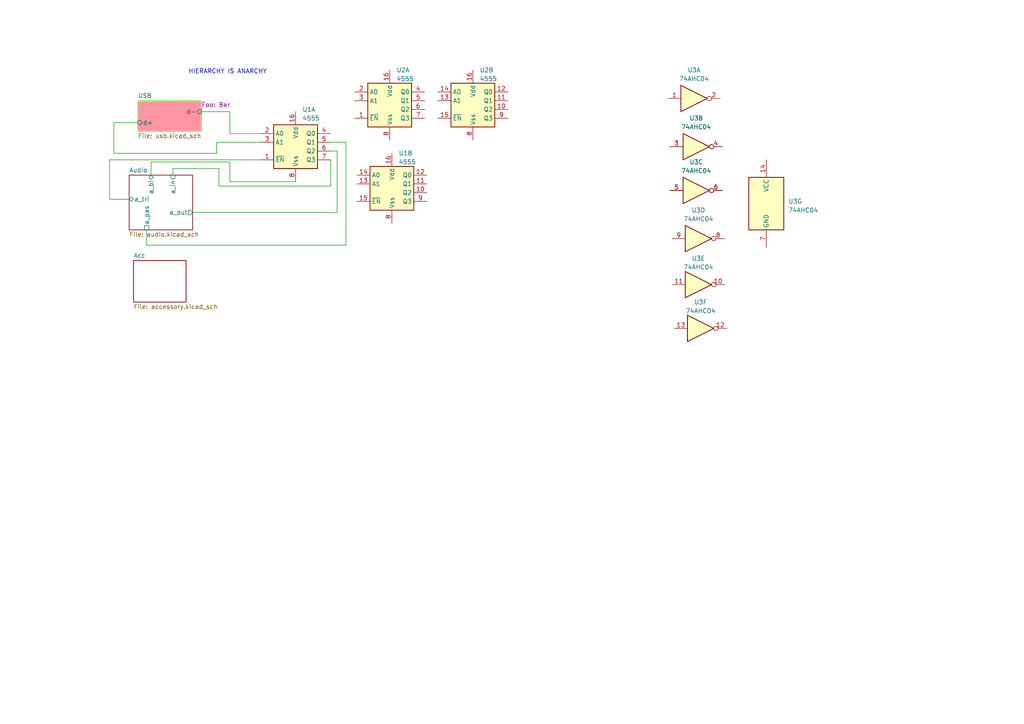
<source format=kicad_sch>
(kicad_sch (version 20230121) (generator eeschema)
  (paper "A4")
  (lib_symbols
    (symbol "4xxx_IEEE:4555"
      (property "Reference" "U" (at 6.35 8.89 0))
      (property "Value" "4555" (at 6.35 -7.62 0))
      (symbol "4555_0_1"
        (rectangle (start -6.35 6.35) (end 6.35 -6.35) (stroke (width 0.254)) (fill (type background)))
        (pin power_in line (at 0 10.16 270) (length 3.81) (name "Vdd") (number "16"))
        (pin power_in line (at 0 -10.16 90) (length 3.81) (name "Vss") (number "8"))
      )
      (symbol "4555_1_1"
        (pin input line (at -10.16 -3.81 0) (length 3.81) (name "~{EN}") (number "1"))
        (pin input line (at -10.16 3.81 0) (length 3.81) (name "A0") (number "2"))
        (pin input line (at -10.16 1.27 0) (length 3.81) (name "A1") (number "3"))
        (pin output line (at 10.16 3.81 180) (length 3.81) (name "Q0") (number "4"))
        (pin output line (at 10.16 1.27 180) (length 3.81) (name "Q1") (number "5"))
        (pin output line (at 10.16 -1.27 180) (length 3.81) (name "Q2") (number "6"))
        (pin output line (at 10.16 -3.81 180) (length 3.81) (name "Q3") (number "7"))
      )
      (symbol "4555_2_1"
        (pin output line (at 10.16 -1.27 180) (length 3.81) (name "Q2") (number "10"))
        (pin output line (at 10.16 1.27 180) (length 3.81) (name "Q1") (number "11"))
        (pin output line (at 10.16 3.81 180) (length 3.81) (name "Q0") (number "12"))
        (pin input line (at -10.16 1.27 0) (length 3.81) (name "A1") (number "13"))
        (pin input line (at -10.16 3.81 0) (length 3.81) (name "A0") (number "14"))
        (pin input line (at -10.16 -3.81 0) (length 3.81) (name "~{EN}") (number "15"))
        (pin output line (at 10.16 -3.81 180) (length 3.81) (name "Q3") (number "9"))
      )
    )
    (symbol "74xx:74AHC04"
      (property "Reference" "U" (at 0 1.27 0))
      (property "Value" "74AHC04" (at 0 -1.27 0))
      (symbol "74AHC04_1_0"
        (polyline (pts (xy -3.81 3.81) (xy -3.81 -3.81) (xy 3.81 0) (xy -3.81 3.81)) (stroke (width 0.254)) (fill (type background)))
        (pin input line (at -7.62 0 0) (length 3.81) (name "~") (number "1"))
        (pin output inverted (at 7.62 0 180) (length 3.81) (name "~") (number "2"))
      )
      (symbol "74AHC04_2_0"
        (polyline (pts (xy -3.81 3.81) (xy -3.81 -3.81) (xy 3.81 0) (xy -3.81 3.81)) (stroke (width 0.254)) (fill (type background)))
        (pin input line (at -7.62 0 0) (length 3.81) (name "~") (number "3"))
        (pin output inverted (at 7.62 0 180) (length 3.81) (name "~") (number "4"))
      )
      (symbol "74AHC04_3_0"
        (polyline (pts (xy -3.81 3.81) (xy -3.81 -3.81) (xy 3.81 0) (xy -3.81 3.81)) (stroke (width 0.254)) (fill (type background)))
        (pin input line (at -7.62 0 0) (length 3.81) (name "~") (number "5"))
        (pin output inverted (at 7.62 0 180) (length 3.81) (name "~") (number "6"))
      )
      (symbol "74AHC04_4_0"
        (polyline (pts (xy -3.81 3.81) (xy -3.81 -3.81) (xy 3.81 0) (xy -3.81 3.81)) (stroke (width 0.254)) (fill (type background)))
        (pin output inverted (at 7.62 0 180) (length 3.81) (name "~") (number "8"))
        (pin input line (at -7.62 0 0) (length 3.81) (name "~") (number "9"))
      )
      (symbol "74AHC04_5_0"
        (polyline (pts (xy -3.81 3.81) (xy -3.81 -3.81) (xy 3.81 0) (xy -3.81 3.81)) (stroke (width 0.254)) (fill (type background)))
        (pin output inverted (at 7.62 0 180) (length 3.81) (name "~") (number "10"))
        (pin input line (at -7.62 0 0) (length 3.81) (name "~") (number "11"))
      )
      (symbol "74AHC04_6_0"
        (polyline (pts (xy -3.81 3.81) (xy -3.81 -3.81) (xy 3.81 0) (xy -3.81 3.81)) (stroke (width 0.254)) (fill (type background)))
        (pin output inverted (at 7.62 0 180) (length 3.81) (name "~") (number "12"))
        (pin input line (at -7.62 0 0) (length 3.81) (name "~") (number "13"))
      )
      (symbol "74AHC04_7_0"
        (pin power_in line (at 0 12.7 270) (length 5.08) (name "VCC") (number "14"))
        (pin power_in line (at 0 -12.7 90) (length 5.08) (name "GND") (number "7"))
      )
      (symbol "74AHC04_7_1"
        (rectangle (start -5.08 7.62) (end 5.08 -7.62) (stroke (width 0.254)) (fill (type background)))
      )
    )
  )
  (wire (pts (xy 97.79 61.595) (xy 55.88 61.595)))
  (wire (pts (xy 95.885 41.275) (xy 100.33 41.275)))
  (wire (pts (xy 97.79 43.815) (xy 97.79 61.595)))
  (wire (pts (xy 100.33 41.275) (xy 100.33 71.12)))
  (wire (pts (xy 63.5 53.975) (xy 63.5 48.895)))
  (wire (pts (xy 63.5 48.895) (xy 50.165 48.895)))
  (wire (pts (xy 31.75 46.355) (xy 31.75 57.785)))
  (wire (pts (xy 33.02 35.56) (xy 40.005 35.56)))
  (wire (pts (xy 95.885 53.975) (xy 63.5 53.975)))
  (wire (pts (xy 75.565 46.355) (xy 31.75 46.355)))
  (wire (pts (xy 75.565 41.275) (xy 62.865 41.275)))
  (wire (pts (xy 95.885 46.355) (xy 95.885 53.975)))
  (wire (pts (xy 31.75 57.785) (xy 37.465 57.785)))
  (wire (pts (xy 95.885 43.815) (xy 97.79 43.815)))
  (wire (pts (xy 100.33 71.12) (xy 42.545 71.12)))
  (wire (pts (xy 33.02 44.45) (xy 33.02 35.56)))
  (wire (pts (xy 62.865 41.275) (xy 62.865 44.45)))
  (wire (pts (xy 85.725 52.705) (xy 66.675 52.705)))
  (wire (pts (xy 62.865 44.45) (xy 33.02 44.45)))
  (wire (pts (xy 43.815 46.99) (xy 43.815 50.8)))
  (wire (pts (xy 66.675 38.735) (xy 66.675 32.385)))
  (wire (pts (xy 75.565 38.735) (xy 66.675 38.735)))
  (wire (pts (xy 66.675 52.705) (xy 66.675 46.99)))
  (wire (pts (xy 66.675 46.99) (xy 43.815 46.99)))
  (wire (pts (xy 66.675 32.385) (xy 58.42 32.385)))
  (wire (pts (xy 42.545 71.12) (xy 42.545 66.675)))
  (wire (pts (xy 50.165 48.895) (xy 50.165 50.8)))
  (text "HIERARCHY IS ANARCHY" (at 54.61 21.59 0) (effects (font (size 1.27 1.27)) (justify left bottom)))
  (symbol (lib_id "4xxx_IEEE:4555") (at 113.665 54.61 0) (unit 2)
    (property "Reference" "U1" (at 115.6209 44.45 0) (effects (justify left)))
    (property "Value" "4555" (at 115.6209 46.99 0) (effects (justify left)))
  )
  (symbol (lib_id "4xxx_IEEE:4555") (at 137.16 30.48 0) (unit 2)
    (property "Reference" "U2" (at 139.1159 20.32 0) (effects (justify left)))
    (property "Value" "4555" (at 139.1159 22.86 0) (effects (justify left)))
  )
  (symbol (lib_id "74xx:74AHC04") (at 202.565 69.215 0) (unit 4)
    (property "Reference" "U3" (at 202.565 60.96 0))
    (property "Value" "74AHC04" (at 202.565 63.5 0))
    (property "Datasheet" "https://assets.nexperia.com/documents/data-sheet/74AHC_AHCT04.pdf" (effects hide))
  )
  (symbol (lib_id "74xx:74AHC04") (at 201.93 42.545 0) (unit 2)
    (property "Reference" "U3" (at 201.93 34.29 0))
    (property "Value" "74AHC04" (at 201.93 36.83 0))
    (property "Datasheet" "https://assets.nexperia.com/documents/data-sheet/74AHC_AHCT04.pdf" (effects hide))
  )
  (symbol (lib_id "4xxx_IEEE:4555") (at 85.725 42.545 0) (unit 1)
    (property "Reference" "U1" (at 87.6809 31.75 0) (effects (justify left)))
    (property "Value" "4555" (at 87.6809 34.29 0) (effects (justify left)))
  )
  (symbol (lib_id "74xx:74AHC04") (at 203.2 95.25 0) (unit 6)
    (property "Reference" "U3" (at 203.2 87.63 0))
    (property "Value" "74AHC04" (at 203.2 90.17 0))
    (property "Datasheet" "https://assets.nexperia.com/documents/data-sheet/74AHC_AHCT04.pdf" (effects hide))
  )
  (symbol (lib_id "74xx:74AHC04") (at 201.295 28.575 0) (unit 1)
    (property "Reference" "U3" (at 201.295 20.32 0))
    (property "Value" "74AHC04" (at 201.295 22.86 0))
    (property "Datasheet" "https://assets.nexperia.com/documents/data-sheet/74AHC_AHCT04.pdf" (effects hide))
  )
  (symbol (lib_id "4xxx_IEEE:4555") (at 113.03 30.48 0) (unit 1)
    (property "Reference" "U2" (at 114.9859 20.32 0) (effects (justify left)))
    (property "Value" "4555" (at 114.9859 22.86 0) (effects (justify left)))
  )
  (symbol (lib_id "74xx:74AHC04") (at 202.565 82.55 0) (unit 5)
    (property "Reference" "U3" (at 202.565 74.93 0))
    (property "Value" "74AHC04" (at 202.565 77.47 0))
    (property "Datasheet" "https://assets.nexperia.com/documents/data-sheet/74AHC_AHCT04.pdf" (effects hide))
  )
  (symbol (lib_id "74xx:74AHC04") (at 222.25 59.055 0) (unit 7)
    (property "Reference" "U3" (at 228.6 58.42 0) (effects (justify left)))
    (property "Value" "74AHC04" (at 228.6 60.96 0) (effects (justify left)))
    (property "Datasheet" "https://assets.nexperia.com/documents/data-sheet/74AHC_AHCT04.pdf" (effects hide))
  )
  (symbol (lib_id "74xx:74AHC04") (at 201.93 55.245 0) (unit 3)
    (property "Reference" "U3" (at 201.93 46.99 0))
    (property "Value" "74AHC04" (at 201.93 49.53 0))
    (property "Datasheet" "https://assets.nexperia.com/documents/data-sheet/74AHC_AHCT04.pdf" (effects hide))
  )
  (sheet (at 40.005 29.21) (size 18.415 8.89) (stroke (width 0.1524) (color 70 255 0 1)) (fill (color 255 148 162 1.0000))
    (property "Sheetname" "USB" (at 40.005 28.4984 0) (effects (justify left bottom)))
    (property "Sheetfile" "usb.kicad_sch" (at 40.005 38.6846 0) (effects (justify left top)))
    (property "Foo" "Bar" (at 58.42 31.115 0) (show_name) (effects (justify left bottom)))
    (property "What" "ooook" (effects hide))
    (pin "d-" input (at 58.42 32.385 0))
    (pin "d+" input (at 40.005 35.56 180))
  )
  (sheet (at 38.735 75.565) (size 15.24 12.065) (stroke (width 0.1524))
    (property "Sheetname" "Acc" (at 38.735 74.8534 0) (effects (justify left bottom)))
    (property "Sheetfile" "accessory.kicad_sch" (at 38.735 88.2146 0) (effects (justify left top)))
  )
  (sheet (at 37.465 50.8) (size 18.415 15.875) (stroke (width 0.1524))
    (property "Sheetname" "Audio" (at 37.465 50.0884 0) (effects (justify left bottom)))
    (property "Sheetfile" "audio.kicad_sch" (at 37.465 67.2596 0) (effects (justify left top)))
    (pin "a_bi" bidirectional (at 43.815 50.8 90))
    (pin "a_in" input (at 50.165 50.8 90))
    (pin "a_out" output (at 55.88 61.595 0))
    (pin "a_tri" tri_state (at 37.465 57.785 180))
    (pin "a_pas" passive (at 42.545 66.675 270))
  )
)
</source>
